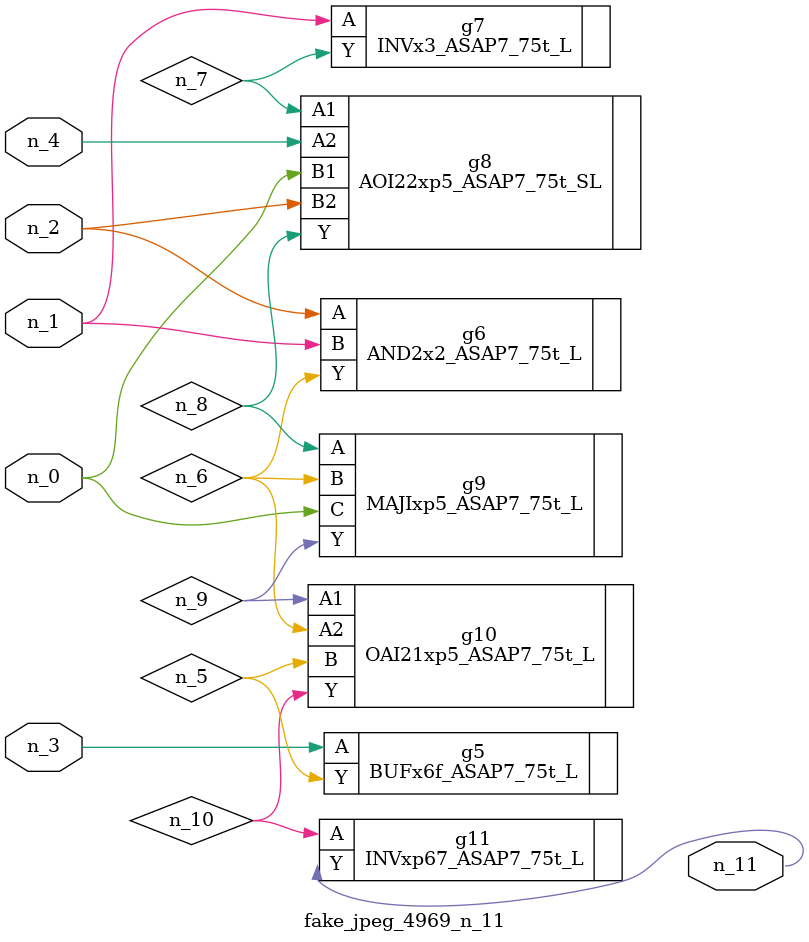
<source format=v>
module fake_jpeg_4969_n_11 (n_3, n_2, n_1, n_0, n_4, n_11);

input n_3;
input n_2;
input n_1;
input n_0;
input n_4;

output n_11;

wire n_10;
wire n_8;
wire n_9;
wire n_6;
wire n_5;
wire n_7;

BUFx6f_ASAP7_75t_L g5 ( 
.A(n_3),
.Y(n_5)
);

AND2x2_ASAP7_75t_L g6 ( 
.A(n_2),
.B(n_1),
.Y(n_6)
);

INVx3_ASAP7_75t_L g7 ( 
.A(n_1),
.Y(n_7)
);

AOI22xp5_ASAP7_75t_SL g8 ( 
.A1(n_7),
.A2(n_4),
.B1(n_0),
.B2(n_2),
.Y(n_8)
);

MAJIxp5_ASAP7_75t_L g9 ( 
.A(n_8),
.B(n_6),
.C(n_0),
.Y(n_9)
);

OAI21xp5_ASAP7_75t_L g10 ( 
.A1(n_9),
.A2(n_6),
.B(n_5),
.Y(n_10)
);

INVxp67_ASAP7_75t_L g11 ( 
.A(n_10),
.Y(n_11)
);


endmodule
</source>
